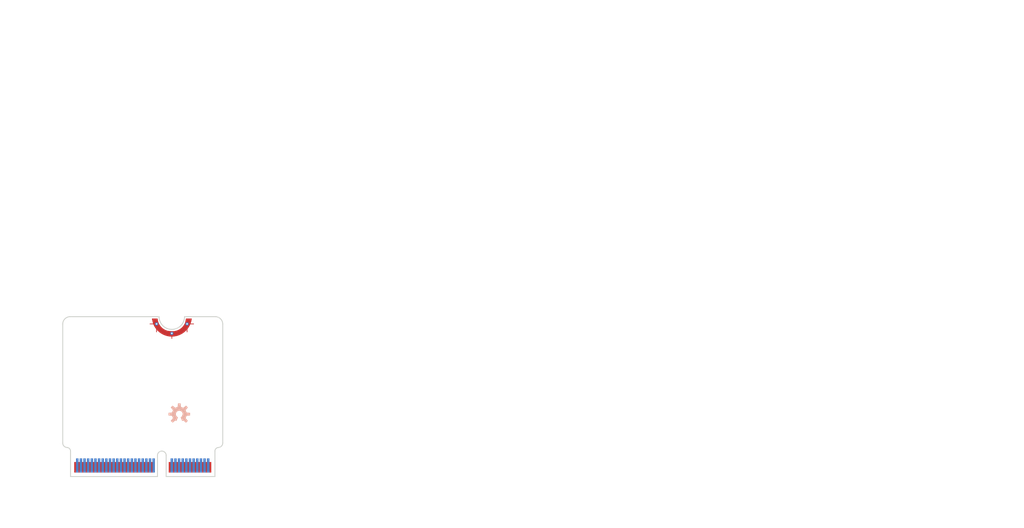
<source format=kicad_pcb>
(kicad_pcb (version 20221018) (generator pcbnew)
  (layers (0 "F.Cu" signal "Top") (1 "In1.Cu" signal) (2 "In2.Cu" signal) (31 "B.Cu" signal "Bottom") (34 "B.Paste" user) (35 "F.Paste" user) (36 "B.SilkS" user "B.Silkscreen") (37 "F.SilkS" user "F.Silkscreen") (38 "B.Mask" user) (39 "F.Mask" user) (44 "Edge.Cuts" user))
  (net 0 "")
  (net 1 "3.3V")
  (net 2 "GND")
  (net 3 "V_USB")
  (net 4 "/~{RESET}")
  (net 5 "/39-BATT/3")
  (net 6 "/0-~{BOOT}")
  (net 7 "/33-G6/RTC")
  (net 8 "/32-G5/RTC")
  (net 9 "/21-SDA")
  (net 10 "/22-SCL")
  (net 11 "/19-CIPO")
  (net 12 "/23-COPI")
  (net 13 "/18-SCK")
  (net 14 "/5-~{CS}")
  (net 15 "/17-G3/TX1/AUD_OUT")
  (net 16 "/16-G4/RX1/AUD_IN")
  (net 17 "/4-I2C_~{INT}")
  (net 18 "/15-G0")
  (net 19 "/13-PWM0")
  (net 20 "/12-PWM1")
  (net 21 "/14-D0")
  (net 22 "/27-D1")
  (net 23 "/26-G2/AUD_BCLK/SDA1")
  (net 24 "/25-G1/AUD_LRCLK/SCL1")
  (net 25 "/35-A1")
  (net 26 "/34-A0")
  (net 27 "/D+")
  (net 28 "/D-")
  (net 29 "Net-(J1-Pad72)")
  (net 30 "Net-(J1-Pad70)")
  (net 31 "Net-(J1-Pad69)")
  (net 32 "Net-(J1-Pad68)")
  (net 33 "Net-(J1-Pad67)")
  (net 34 "Net-(J1-Pad66)")
  (net 35 "Net-(J1-Pad65)")
  (net 36 "Net-(J1-Pad64)")
  (net 37 "Net-(J1-Pad63)")
  (net 38 "Net-(J1-Pad62)")
  (net 39 "Net-(J1-Pad60)")
  (net 40 "Net-(J1-Pad58)")
  (net 41 "Net-(J1-Pad43)")
  (net 42 "Net-(J1-Pad41)")
  (net 43 "Net-(J1-Pad37)")
  (net 44 "Net-(J1-Pad35)")
  (net 45 "Net-(J1-Pad23)")
  (net 46 "Net-(J1-Pad22)")
  (net 47 "Net-(J1-Pad21)")
  (net 48 "Net-(J1-Pad20)")
  (net 49 "Net-(J1-Pad15)")
  (net 50 "Net-(J1-Pad13)")
  (net 51 "Net-(J1-Pad8)")
  (net 52 "Net-(J1-Pad4)")
  (footprint "SparkFun_MicroMod_ESP32:M.2-CARD-E-22" (layer "F.Cu") (at 148.5011 114.365617)
    (fp_text reference "J1" hide)
    (fp_text value "MICROMOD-2222" hide)
    (fp_line (start 1.9 -21) (end 1 -21) (stroke (width 0.1016)) (layer "F.Cu"))
    (fp_line (start 1.9 -21) (end 1.9 -19.9) (stroke (width 0.1016)) (layer "F.Cu"))
    (fp_line (start 4 -19.7) (end 4 -19) (stroke (width 0.1016)) (layer "F.Cu"))
    (fp_line (start 6.1 -21) (end 6.1 -19.9) (stroke (width 0.1016)) (layer "F.Cu"))
    (fp_line (start 6.1 -21) (end 7 -21) (stroke (width 0.1016)) (layer "F.Cu"))
    (fp_poly (pts (xy 1.25 -21.75) (xy 2.05 -21.75) (xy 2.08842 -21.461827) (xy 2.171447 -21.183213) (xy 2.297037 -20.921017) (xy 2.462097 -20.681696) (xy 2.662563 -20.471142) (xy 2.893499 -20.29454) (xy 3.149218 -20.156239) (xy 3.423424 -20.059644) (xy 4 -20) (xy 4.290635 -20.007133) (xy 4.576576 -20.059644) (xy 4.850782 -20.156239) (xy 5.106501 -20.29454) (xy 5.337437 -20.471142) (xy 5.537903 -20.681696) (xy 5.702963 -20.921017) (xy 5.828553 -21.183213) (xy 5.95 -21.75) (xy 6.75 -21.75) (xy 6.686952 -21.386065) (xy 6.576451 -21.033626) (xy 6.420427 -20.698842) (xy 6.221608 -20.387564) (xy 5.983467 -20.10523) (xy 5.710166 -19.856774) (xy 5.40648 -19.646539) (xy 5.077718 -19.478197) (xy 4.729623 -19.354691) (xy 4.368279 -19.27818) (xy 4 -19.25) (xy 3.630811 -19.275627) (xy 3.268334 -19.35024) (xy 2.919037 -19.472506) (xy 2.589157 -19.640244) (xy 2.284581 -19.85046) (xy 2.010746 -20.099401) (xy 1.77254 -20.382623) (xy 1.574215 -20.695072) (xy 1.419311 -21.031169)) (fill solid) (layer "F.Cu"))
    (pad "1" smd rect (at 9.25 -1.275 180) (size 0.35 1.45) (layers "F.Cu" "F.Mask") (net 2 "GND"))
    (pad "2" smd rect (at 9 -1.525) (size 0.35 1.95) (layers "B.Cu" "B.Mask") (net 1 "3.3V"))
    (pad "3" smd rect (at 8.75 -1.275 180) (size 0.35 1.45) (layers "F.Cu" "F.Mask") (net 27 "/D+"))
    (pad "4" smd rect (at 8.5 -1.525) (size 0.35 1.95) (layers "B.Cu" "B.Mask") (net 52 "Net-(J1-Pad4)"))
    (pad "5" smd rect (at 8.25 -1.275 180) (size 0.35 1.45) (layers "F.Cu" "F.Mask") (net 28 "/D-"))
    (pad "6" smd rect (at 8 -1.525) (size 0.35 1.95) (layers "B.Cu" "B.Mask") (net 4 "/~{RESET}"))
    (pad "7" smd rect (at 7.75 -1.275 180) (size 0.35 1.45) (layers "F.Cu" "F.Mask") (net 2 "GND"))
    (pad "8" smd rect (at 7.5 -1.525) (size 0.35 1.95) (layers "B.Cu" "B.Mask") (net 51 "Net-(J1-Pad8)"))
    (pad "9" smd rect (at 7.25 -1.275 180) (size 0.35 1.45) (layers "F.Cu" "F.Mask") (net 3 "V_USB"))
    (pad "10" smd rect (at 7 -1.525) (size 0.35 1.95) (layers "B.Cu" "B.Mask") (net 21 "/14-D0"))
    (pad "11" smd rect (at 6.75 -1.275 180) (size 0.35 1.45) (layers "F.Cu" "F.Mask") (net 6 "/0-~{BOOT}"))
    (pad "12" smd rect (at 6.5 -1.525) (size 0.35 1.95) (layers "B.Cu" "B.Mask") (net 9 "/21-SDA"))
    (pad "13" smd rect (at 6.25 -1.275 180) (size 0.35 1.45) (layers "F.Cu" "F.Mask") (net 50 "Net-(J1-Pad13)"))
    (pad "14" smd rect (at 6 -1.525) (size 0.35 1.95) (layers "B.Cu" "B.Mask") (net 10 "/22-SCL"))
    (pad "15" smd rect (at 5.75 -1.275 180) (size 0.35 1.45) (layers "F.Cu" "F.Mask") (net 49 "Net-(J1-Pad15)"))
    (pad "16" smd rect (at 5.5 -1.525) (size 0.35 1.95) (layers "B.Cu" "B.Mask") (net 17 "/4-I2C_~{INT}"))
    (pad "17" smd rect (at 5.25 -1.275 180) (size 0.35 1.45) (layers "F.Cu" "F.Mask") (net 15 "/17-G3/TX1/AUD_OUT"))
    (pad "18" smd rect (at 5 -1.525) (size 0.35 1.95) (layers "B.Cu" "B.Mask") (net 22 "/27-D1"))
    (pad "19" smd rect (at 4.75 -1.275 180) (size 0.35 1.45) (layers "F.Cu" "F.Mask") (net 16 "/16-G4/RX1/AUD_IN"))
    (pad "20" smd rect (at 4.5 -1.525) (size 0.35 1.95) (layers "B.Cu" "B.Mask") (net 48 "Net-(J1-Pad20)"))
    (pad "21" smd rect (at 4.25 -1.275 180) (size 0.35 1.45) (layers "F.Cu" "F.Mask") (net 47 "Net-(J1-Pad21)"))
    (pad "22" smd rect (at 4 -1.525) (size 0.35 1.95) (layers "B.Cu" "B.Mask") (net 46 "Net-(J1-Pad22)"))
    (pad "23" smd rect (at 3.75 -1.275 180) (size 0.35 1.45) (layers "F.Cu" "F.Mask") (net 45 "Net-(J1-Pad23)"))
    (pad "32" smd rect (at 1.5 -1.525) (size 0.35 1.95) (layers "B.Cu" "B.Mask") (net 19 "/13-PWM0"))
    (pad "33" smd rect (at 1.25 -1.275 180) (size 0.35 1.45) (layers "F.Cu" "F.Mask") (net 2 "GND"))
    (pad "34" smd rect (at 1 -1.525) (size 0.35 1.95) (layers "B.Cu" "B.Mask") (net 26 "/34-A0"))
    (pad "35" smd rect (at 0.75 -1.275 180) (size 0.35 1.45) (layers "F.Cu" "F.Mask") (net 44 "Net-(J1-Pad35)"))
    (pad "36" smd rect (at 0.5 -1.525) (size 0.35 1.95) (layers "B.Cu" "B.Mask") (net 2 "GND"))
    (pad "37" smd rect (at 0.25 -1.275 180) (size 0.35 1.45) (layers "F.Cu" "F.Mask") (net 43 "Net-(J1-Pad37)"))
    (pad "38" smd rect (at 0 -1.525) (size 0.35 1.95) (layers "B.Cu" "B.Mask") (net 25 "/35-A1"))
    (pad "39" smd rect (at -0.25 -1.275 180) (size 0.35 1.45) (layers "F.Cu" "F.Mask") (net 2 "GND"))
    (pad "40" smd rect (at -0.5 -1.525) (size 0.35 1.95) (layers "B.Cu" "B.Mask") (net 18 "/15-G0"))
    (pad "41" smd rect (at -0.75 -1.275 180) (size 0.35 1.45) (layers "F.Cu" "F.Mask") (net 42 "Net-(J1-Pad41)"))
    (pad "42" smd rect (at -1 -1.525) (size 0.35 1.95) (layers "B.Cu" "B.Mask") (net 24 "/25-G1/AUD_LRCLK/SCL1"))
    (pad "43" smd rect (at -1.25 -1.275 180) (size 0.35 1.45) (layers "F.Cu" "F.Mask") (net 41 "Net-(J1-Pad43)"))
    (pad "44" smd rect (at -1.5 -1.525) (size 0.35 1.95) (layers "B.Cu" "B.Mask") (net 23 "/26-G2/AUD_BCLK/SDA1"))
    (pad "45" smd rect (at -1.75 -1.275 180) (size 0.35 1.45) (layers "F.Cu" "F.Mask") (net 2 "GND"))
    (pad "46" smd rect (at -2 -1.525) (size 0.35 1.95) (layers "B.Cu" "B.Mask") (net 15 "/17-G3/TX1/AUD_OUT"))
    (pad "47" smd rect (at -2.25 -1.275 180) (size 0.35 1.45) (layers "F.Cu" "F.Mask") (net 20 "/12-PWM1"))
    (pad "48" smd rect (at -2.5 -1.525) (size 0.35 1.95) (layers "B.Cu" "B.Mask") (net 16 "/16-G4/RX1/AUD_IN"))
    (pad "49" smd rect (at -2.75 -1.275 180) (size 0.35 1.45) (layers "F.Cu" "F.Mask") (net 5 "/39-BATT/3"))
    (pad "50" smd rect (at -3 -1.525) (size 0.35 1.95) (layers "B.Cu" "B.Mask") (net 23 "/26-G2/AUD_BCLK/SDA1"))
    (pad "51" smd rect (at -3.25 -1.275 180) (size 0.35 1.45) (layers "F.Cu" "F.Mask") (net 23 "/26-G2/AUD_BCLK/SDA1"))
    (pad "52" smd rect (at -3.5 -1.525) (size 0.35 1.95) (layers "B.Cu" "B.Mask") (net 24 "/25-G1/AUD_LRCLK/SCL1"))
    (pad "53" smd rect (at -3.75 -1.275 180) (size 0.35 1.45) (layers "F.Cu" "F.Mask") (net 24 "/25-G1/AUD_LRCLK/SCL1"))
    (pad "54" smd rect (at -4 -1.525) (size 0.35 1.95) (layers "B.Cu" "B.Mask") (net 16 "/16-G4/RX1/AUD_IN"))
    (pad "55" smd rect (at -4.25 -1.275 180) (size 0.35 1.45) (layers "F.Cu" "F.Mask") (net 14 "/5-~{CS}"))
    (pad "56" smd rect (at -4.5 -1.525) (size 0.35 1.95) (layers "B.Cu" "B.Mask") (net 15 "/17-G3/TX1/AUD_OUT"))
    (pad "57" smd rect (at -4.75 -1.275 180) (size 0.35 1.45) (layers "F.Cu" "F.Mask") (net 13 "/18-SCK"))
    (pad "58" smd rect (at -5 -1.525) (size 0.35 1.95) (layers "B.Cu" "B.Mask") (net 40 "Net-(J1-Pad58)"))
    (pad "59" smd rect (at -5.25 -1.275 180) (size 0.35 1.45) (layers "F.Cu" "F.Mask") (net 12 "/23-COPI"))
    (pad "60" smd rect (at -5.5 -1.525) (size 0.35 1.95) (layers "B.Cu" "B.Mask") (net 39 "Net-(J1-Pad60)"))
    (pad "61" smd rect (at -5.75 -1.275 180) (size 0.35 1.45) (layers "F.Cu" "F.Mask") (net 11 "/19-CIPO"))
    (pad "62" smd rect (at -6 -1.525) (size 0.35 1.95) (layers "B.Cu" "B.Mask") (net 38 "Net-(J1-Pad62)"))
    (pad "63" smd rect (at -6.25 -1.275 180) (size 0.35 1.45) (layers "F.Cu" "F.Mask") (net 37 "Net-(J1-Pad63)"))
    (pad "64" smd rect (at -6.5 -1.525) (size 0.35 1.95) (layers "B.Cu" "B.Mask") (net 36 "Net-(J1-Pad64)"))
    (pad "65" smd rect (at -6.75 -1.275 180) (size 0.35 1.45) (layers "F.Cu" "F.Mask") (net 35 "Net-(J1-Pad65)"))
    (pad "66" smd rect (at -7 -1.525) (size 0.35 1.95) (layers "B.Cu" "B.Mask") (net 34 "Net-(J1-Pad66)"))
    (pad "67" smd rect (at -7.25 -1.275 180) (size 0.35 1.45) (layers "F.Cu" "F.Mask") (net 33 "Net-(J1-Pad67)"))
    (pad "68" smd rect (at -7.5 -1.525) (size 0.35 1.95) (layers "B.Cu" "B.Mask") (net 32 "Net-(J1-Pad68)"))
    (pad "69" smd rect (at -7.75 -1.275 180) (size 0.35 1.45) (layers "F.Cu" "F.Mask") (net 31 "Net-(J1-Pad69)"))
    (pad "70" smd rect (at -8 -1.525) (size 0.35 1.95) (layers "B.Cu" "B.Mask") (net 30 "Net-(J1-Pad70)"))
    (pad "71" smd rect (at -8.25 -1.275 180) (size 0.35 1.45) (layers "F.Cu" "F.Mask") (net 7 "/33-G6/RTC"))
    (pad "72" smd rect (at -8.5 -1.525) (size 0.35 1.95) (layers "B.Cu" "B.Mask") (net 29 "Net-(J1-Pad72)"))
    (pad "73" smd rect (at -8.75 -1.275 180) (size 0.35 1.45) (layers "F.Cu" "F.Mask") (net 8 "/32-G5/RTC"))
    (pad "74" smd rect (at -9 -1.525) (size 0.35 1.95) (layers "B.Cu" "B.Mask") (net 1 "3.3V"))
    (pad "75" smd rect (at -9.25 -1.275 180) (size 0.35 1.45) (layers "F.Cu" "F.Mask") (net 2 "GND"))
    (pad "GND1" thru_hole circle (at 1.9 -21) (size 0.454 0.454) (drill 0.2) (layers "*.Cu" "*.Mask") (net 2 "GND"))
    (pad "GND2" thru_hole circle (at 4 -19.7) (size 0.454 0.454) (drill 0.2) (layers "*.Cu" "*.Mask") (net 2 "GND"))
    (pad "GND3" thru_hole circle (at 6.1 -21) (size 0.454 0.454) (drill 0.2) (layers "*.Cu" "*.Mask") (net 2 "GND"))
  )
  (footprint "SparkFun_MicroMod_ESP32:ORDERING_INSTRUCTIONS" (layer "F.Cu") (at 167.9811 62.1)
    (fp_text reference "LOGO1" hide)
    (fp_text value "SPECIAL_INSTRUCTIONS-ORDERING")
  )
  (footprint "SparkFun_MicroMod_ESP32:CREATIVE_COMMONS" (layer "F.Cu") (at 184.4 63.75)
    (fp_text reference "FRAME1" hide)
    (fp_text value "FRAME-LEDGER" hide)
  )
  (footprint "SparkFun_MicroMod_ESP32:OSHW-LOGO-S" (layer "B.Cu") (at 153.5285 105.780417 180)
    (fp_text reference "LOGO3" hide)
    (fp_text value "OSHW-LOGOS" hide)
    (fp_poly (pts (xy 0.3947 -0.9528) (xy 0.5465 -0.8746) (xy 0.9235 -1.182) (xy 1.182 -0.9235) (xy 0.8746 -0.5465) (xy 1.0049 -0.232) (xy 1.4888 -0.1828) (xy 1.4888 0.1828) (xy 1.0049 0.232) (xy 0.8746 0.5465) (xy 1.182 0.9235) (xy 0.9235 1.182) (xy 0.5465 0.8746) (xy 0.394664 0.952817) (xy 0.232 1.0049) (xy 0.1828 1.4888) (xy -0.1828 1.4888) (xy -0.232 1.0049) (xy -0.5465 0.8746) (xy -0.9235 1.182) (xy -1.182 0.9235) (xy -0.8746 0.5465) (xy -1.0049 0.232) (xy -1.4888 0.1828) (xy -1.4888 -0.1828) (xy -1.0049 -0.232) (xy -0.8746 -0.5465) (xy -1.182 -0.9235) (xy -0.9235 -1.182) (xy -0.5465 -0.8746) (xy -0.472221 -0.916847) (xy -0.3947 -0.9528) (xy -0.1794 -0.4331) (xy -0.179399 -0.4331) (xy -0.3315 -0.331493) (xy -0.4688 0) (xy -0.446639 0.142321) (xy -0.382309 0.271193) (xy -0.281885 0.374447) (xy -0.154849 0.442333) (xy -0.013199 0.468439) (xy 0.129691 0.450302) (xy 0.260326 0.389633) (xy 0.366372 0.292161) (xy 0.437814 0.167091) (xy 0.467906 0.026234) (xy 0.453806 -0.117111) (xy 0.396846 -0.249406) (xy 0.302405 -0.358159) (xy 0.1794 -0.4331)) (fill solid) (layer "B.SilkS"))
  )
  (gr_line (start 158.4261 114.365617) (end 151.7261 114.365617) (stroke (width 0.127)) (layer "Edge.Cuts"))
  (gr_line (start 150.5261 111.465617) (end 150.5261 114.365617) (stroke (width 0.127)) (layer "Edge.Cuts"))
  (gr_line (start 138.5761 114.365617) (end 138.5761 110.865617) (stroke (width 0.127)) (layer "Edge.Cuts"))
  (gr_arc (start 138.1011 110.365617) (mid 138.434341 110.524663) (end 138.5761 110.865618) (stroke (width 0.127)) (layer "Edge.Cuts"))
  (gr_arc (start 137.5011 93.365617) (mid 137.8011 92.665618) (end 138.501099 92.365618) (stroke (width 0.127)) (layer "Edge.Cuts"))
  (gr_arc (start 159.501099 109.765618) (mid 159.320461 110.184979) (end 158.9011 110.365617) (stroke (width 0.127)) (layer "Edge.Cuts"))
  (gr_line (start 137.5011 93.365617) (end 137.5011 109.765617) (stroke (width 0.127)) (layer "Edge.Cuts"))
  (gr_line (start 159.5011 93.365617) (end 159.5011 109.765617) (stroke (width 0.127)) (layer "Edge.Cuts"))
  (gr_arc (start 154.2511 92.365617) (mid 152.5011 94.115617) (end 150.7511 92.365617) (stroke (width 0.127)) (layer "Edge.Cuts"))
  (gr_arc (start 158.4261 110.865617) (mid 158.566444 110.523319) (end 158.9011 110.365617) (stroke (width 0.127)) (layer "Edge.Cuts"))
  (gr_arc (start 150.5261 111.465617) (mid 151.1261 110.865617) (end 151.7261 111.465617) (stroke (width 0.127)) (layer "Edge.Cuts"))
  (gr_line (start 158.4261 110.865617) (end 158.4261 114.365617) (stroke (width 0.127)) (layer "Edge.Cuts"))
  (gr_line (start 150.7511 92.365617) (end 138.5011 92.365617) (stroke (width 0.127)) (layer "Edge.Cuts"))
  (gr_line (start 151.7261 111.465617) (end 151.7261 114.365617) (stroke (width 0.127)) (layer "Edge.Cuts"))
  (gr_arc (start 138.101098 110.365617) (mid 137.681737 110.184978) (end 137.5011 109.765617) (stroke (width 0.127)) (layer "Edge.Cuts"))
  (gr_line (start 158.5011 92.365617) (end 154.2511 92.365617) (stroke (width 0.127)) (layer "Edge.Cuts"))
  (gr_arc (start 158.5011 92.365617) (mid 159.2011 92.665617) (end 159.5011 93.365617) (stroke (width 0.127)) (layer "Edge.Cuts"))
  (gr_line (start 138.5761 114.365617) (end 150.5261 114.365617) (stroke (width 0.127)) (layer "Edge.Cuts"))
)
</source>
